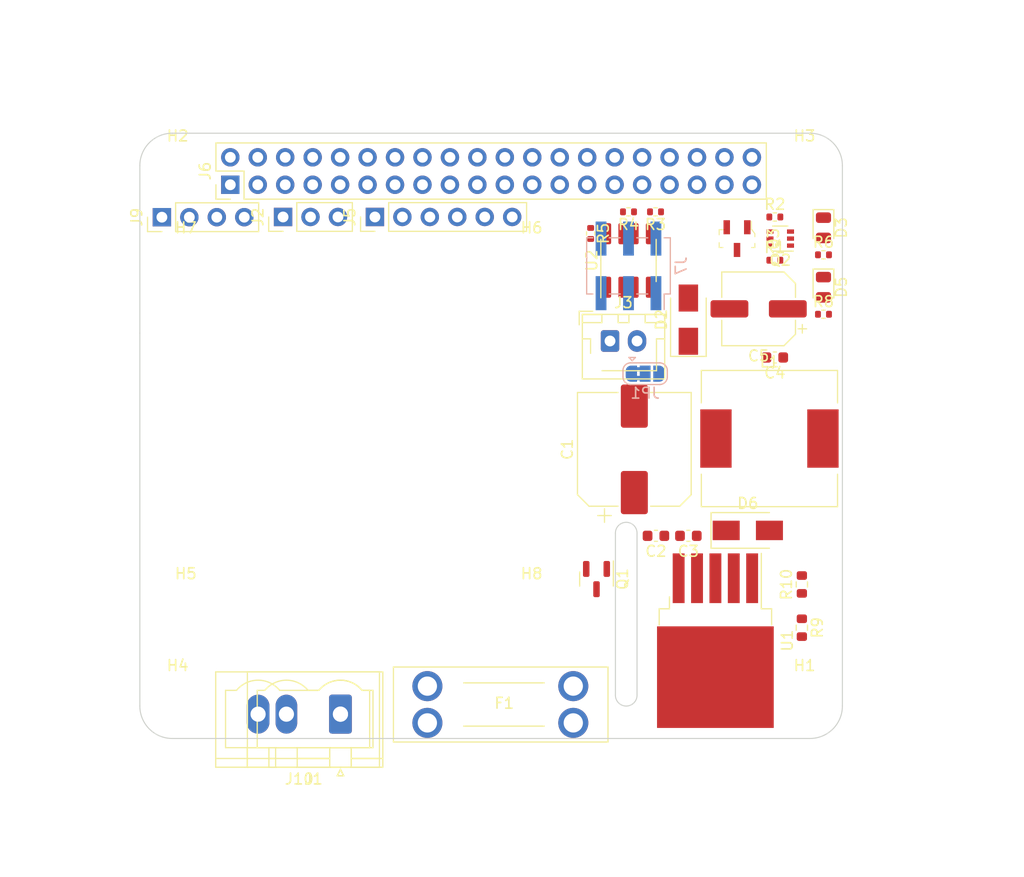
<source format=kicad_pcb>
(kicad_pcb (version 20211014) (generator pcbnew)
  (layers (0 "F.Cu" signal) (31 "B.Cu" signal) (34 "B.Paste" user) (35 "F.Paste" user) (36 "B.SilkS" user "B.Silkscreen") (37 "F.SilkS" user "F.Silkscreen") (38 "B.Mask" user) (39 "F.Mask" user) (44 "Edge.Cuts" user))
  (net 0 "")
  (net 1 "VCC")
  (net 2 "GND")
  (net 3 "Net-(C3-Pad1)")
  (net 4 "+5V")
  (net 5 "Net-(D3-Pad2)")
  (net 6 "Net-(D5-Pad2)")
  (net 7 "Net-(D6-Pad1)")
  (net 8 "Net-(F1-Pad1)")
  (net 9 "Net-(F1-Pad2)")
  (net 10 "TX")
  (net 11 "RX")
  (net 12 "+3V3")
  (net 13 "CS")
  (net 14 "MISO")
  (net 15 "MOSI")
  (net 16 "SCLK")
  (net 17 "5V_PI")
  (net 18 "SDA")
  (net 19 "SCL")
  (net 29 "ID_SD")
  (net 30 "ID_SC")
  (net 40 "WP")
  (net 42 "Net-(Q2-Pad2)")
  (net 43 "Net-(Q2-Pad4)")
  (net 44 "Net-(R10-Pad1)")
  (net 45 "Net-(D2-Pad1)")
  (footprint "Resistor_SMD:R_0402_1005Metric" (layer "F.Cu") (at 132.96 60.525 180)
    (fp_text reference "R3" (at 0 -1.17) (layer "F.SilkS"))
    (fp_text value "3.9K")
    (fp_line (start -0.153641 0.38) (end 0.153641 0.38) (layer "F.SilkS") (width 0.12))
    (fp_line (start -0.153641 -0.38) (end 0.153641 -0.38) (layer "F.SilkS") (width 0.12))
    (pad "1" smd roundrect (at -0.51 0 180) (size 0.54 0.64) (layers "F.Cu" "F.Paste" "F.Mask") (net 12 "+3V3"))
    (pad "2" smd roundrect (at 0.51 0 180) (size 0.54 0.64) (layers "F.Cu" "F.Paste" "F.Mask") (net 29 "ID_SD"))
  )
  (footprint "Resistor_SMD:R_0402_1005Metric" (layer "F.Cu") (at 144 61)
    (fp_text reference "R2" (at 0 -1.17) (layer "F.SilkS"))
    (fp_text value "47K")
    (fp_line (start -0.153641 -0.38) (end 0.153641 -0.38) (layer "F.SilkS") (width 0.12))
    (fp_line (start -0.153641 0.38) (end 0.153641 0.38) (layer "F.SilkS") (width 0.12))
    (pad "1" smd roundrect (at -0.51 0) (size 0.54 0.64) (layers "F.Cu" "F.Paste" "F.Mask") (net 43 "Net-(Q2-Pad4)"))
    (pad "2" smd roundrect (at 0.51 0) (size 0.54 0.64) (layers "F.Cu" "F.Paste" "F.Mask") (net 2 "GND"))
  )
  (footprint "Resistor_SMD:R_0603_1608Metric" (layer "F.Cu") (at 146.5 99 -90)
    (fp_text reference "R9" (at 0 -1.43 90) (layer "F.SilkS"))
    (fp_text value "3.3K")
    (fp_line (start -0.237258 -0.5225) (end 0.237258 -0.5225) (layer "F.SilkS") (width 0.12))
    (fp_line (start -0.237258 0.5225) (end 0.237258 0.5225) (layer "F.SilkS") (width 0.12))
    (pad "1" smd roundrect (at -0.825 0 270) (size 0.8 0.95) (layers "F.Cu" "F.Paste" "F.Mask") (net 44 "Net-(R10-Pad1)"))
    (pad "2" smd roundrect (at 0.825 0 270) (size 0.8 0.95) (layers "F.Cu" "F.Paste" "F.Mask") (net 2 "GND"))
  )
  (footprint "Package_TO_SOT_SMD:SOT-363_SC-70-6" (layer "F.Cu") (at 144.5 63 180)
    (fp_text reference "Q2" (at 0 -2) (layer "F.SilkS"))
    (fp_text value "MMDT5401")
    (fp_line (start 0.7 -1.16) (end -1.2 -1.16) (layer "F.SilkS") (width 0.12))
    (fp_line (start -0.7 1.16) (end 0.7 1.16) (layer "F.SilkS") (width 0.12))
    (pad "1" smd rect (at -0.95 -0.65 180) (size 0.65 0.4) (layers "F.Cu" "F.Paste" "F.Mask") (net 4 "+5V"))
    (pad "2" smd rect (at -0.95 0 180) (size 0.65 0.4) (layers "F.Cu" "F.Paste" "F.Mask") (net 42 "Net-(Q2-Pad2)"))
    (pad "3" smd rect (at -0.95 0.65 180) (size 0.65 0.4) (layers "F.Cu" "F.Paste" "F.Mask") (net 17 "5V_PI"))
    (pad "4" smd rect (at 0.95 0.65 180) (size 0.65 0.4) (layers "F.Cu" "F.Paste" "F.Mask") (net 43 "Net-(Q2-Pad4)"))
    (pad "5" smd rect (at 0.95 0 180) (size 0.65 0.4) (layers "F.Cu" "F.Paste" "F.Mask") (net 42 "Net-(Q2-Pad2)"))
    (pad "6" smd rect (at 0.95 -0.65 180) (size 0.65 0.4) (layers "F.Cu" "F.Paste" "F.Mask") (net 42 "Net-(Q2-Pad2)"))
  )
  (footprint "MountingHole:MountingHole_2.7mm_M2.5_ISO14580" (layer "F.Cu") (at 88.75 56.75)
    (fp_text reference "H2" (at 0 -3.25) (layer "F.SilkS"))
    (fp_text value "MountingHole")
    (pad "" np_thru_hole circle locked (at 0 0) (size 2.7 2.7) (drill 2.7) (layers *.Cu *.Mask))
  )
  (footprint "Diode_SMD:D_SMA" (layer "F.Cu") (at 136 70.5 90)
    (fp_text reference "D2" (at 0 -2.5 90) (layer "F.SilkS"))
    (fp_text value "SS54")
    (fp_line (start -3.4 -1.65) (end 2 -1.65) (layer "F.SilkS") (width 0.12))
    (fp_line (start -3.4 -1.65) (end -3.4 1.65) (layer "F.SilkS") (width 0.12))
    (fp_line (start -3.4 1.65) (end 2 1.65) (layer "F.SilkS") (width 0.12))
    (pad "1" smd rect (at -2 0 90) (size 2.5 1.8) (layers "F.Cu" "F.Paste" "F.Mask") (net 45 "Net-(D2-Pad1)"))
    (pad "2" smd rect (at 2 0 90) (size 2.5 1.8) (layers "F.Cu" "F.Paste" "F.Mask") (net 2 "GND"))
  )
  (footprint "Connector_Phoenix_MSTB:PhoenixContact_MSTBVA_2,5_2-G_1x02_P5.00mm_Vertical" (layer "F.Cu") (at 103.81 107 180)
    (fp_text reference "J1" (at 2.5 -6) (layer "F.SilkS"))
    (fp_text value "MSTB")
    (fp_line (start 0 -5.11) (end -0.3 -5.71) (layer "F.SilkS") (width 0.12))
    (fp_line (start -3.61 -4.91) (end -3.61 3.91) (layer "F.SilkS") (width 0.12))
    (fp_line (start -1 -4.91) (end 1 -4.91) (layer "F.SilkS") (width 0.12))
    (fp_line (start 1 -4.91) (end 1 -3.1) (layer "F.SilkS") (width 0.12))
    (fp_line (start 4 -3.1) (end 4 -4.91) (layer "F.SilkS") (width 0.12))
    (fp_line (start 0.3 -5.71) (end 0 -5.11) (layer "F.SilkS") (width 0.12))
    (fp_line (start 8.61 -4.91) (end -3.61 -4.91) (layer "F.SilkS") (width 0.12))
    (fp_line (start 7.7 2.2) (end 7 2.2) (layer "F.SilkS") (width 0.12))
    (fp_line (start -3.61 -4.1) (end -1.11 -4.1) (layer "F.SilkS") (width 0.12))
    (fp_line (start -2.7 2.2) (end -2.7 -3.1) (layer "F.SilkS") (width 0.12))
    (fp_line (start 8.61 -4.1) (end 6.11 -4.1) (layer "F.SilkS") (width 0.12))
    (fp_line (start -1 -3.1) (end -1 -4.91) (layer "F.SilkS") (width 0.12))
    (fp_line (start -0.3 -5.71) (end 0.3 -5.71) (layer "F.SilkS") (width 0.12))
    (fp_line (start 7.7 -3.1) (end 7.7 2.2) (layer "F.SilkS") (width 0.12))
    (fp_line (start 6 -3.1) (end 4 -3.1) (layer "F.SilkS") (width 0.12))
    (fp_line (start 1 -3.1) (end -1 -3.1) (layer "F.SilkS") (width 0.12))
    (fp_line (start 8.61 3.91) (end 8.61 -4.91) (layer "F.SilkS") (width 0.12))
    (fp_line (start 6 -4.91) (end 6 -3.1) (layer "F.SilkS") (width 0.12))
    (fp_line (start -2 2.2) (end -2.7 2.2) (layer "F.SilkS") (width 0.12))
    (fp_line (start 1 -4.1) (end 4 -4.1) (layer "F.SilkS") (width 0.12))
    (fp_line (start 2 2.2) (end 3 2.2) (layer "F.SilkS") (width 0.12))
    (fp_line (start -2.7 -3.1) (end 7.7 -3.1) (layer "F.SilkS") (width 0.12))
    (fp_line (start -3.61 3.91) (end 8.61 3.91) (layer "F.SilkS") (width 0.12))
    (fp_line (start 4 -4.91) (end 6 -4.91) (layer "F.SilkS") (width 0.12))
    (fp_arc (start 6.986842 2.215821) (mid 4.989711 3.142758) (end 3 2.2) (layer "F.SilkS") (width 0.12))
    (fp_arc (start 1.986842 2.215821) (mid -0.010289 3.142758) (end -2 2.2) (layer "F.SilkS") (width 0.12))
    (pad "1" thru_hole roundrect (at 0 0 180) (size 2 3.6) (drill 1.4) (layers *.Cu *.Mask) (roundrect_rratio 0.125) (net 8 "Net-(F1-Pad1)"))
    (pad "2" thru_hole oval (at 5 0 180) (size 2 3.6) (drill 1.4) (layers *.Cu *.Mask) (net 2 "GND"))
  )
  (footprint "Capacitor_SMD:C_0603_1608Metric" (layer "F.Cu") (at 136 90.5 180)
    (fp_text reference "C3" (at 0 -1.43 180) (layer "F.SilkS"))
    (fp_text value "1 uF")
    (fp_line (start -0.14058 0.51) (end 0.14058 0.51) (layer "F.SilkS") (width 0.12))
    (fp_line (start -0.14058 -0.51) (end 0.14058 -0.51) (layer "F.SilkS") (width 0.12))
    (pad "1" smd roundrect (at -0.775 0 180) (size 0.9 0.95) (layers "F.Cu" "F.Paste" "F.Mask") (net 3 "Net-(C3-Pad1)"))
    (pad "2" smd roundrect (at 0.775 0 180) (size 0.9 0.95) (layers "F.Cu" "F.Paste" "F.Mask") (net 1 "VCC"))
  )
  (footprint "Capacitor_SMD:CP_Elec_6.3x7.7" (layer "F.Cu") (at 142.5 69.5 180)
    (fp_text reference "C5" (at 0 -4.35) (layer "F.SilkS"))
    (fp_text value "330uF")
    (fp_line (start -3.41 -2.345563) (end -3.41 -1.06) (layer "F.SilkS") (width 0.12))
    (fp_line (start -3.41 2.345563) (end -3.41 1.06) (layer "F.SilkS") (width 0.12))
    (fp_line (start -2.345563 -3.41) (end 3.41 -3.41) (layer "F.SilkS") (width 0.12))
    (fp_line (start -4.04375 -2.24125) (end -4.04375 -1.45375) (layer "F.SilkS") (width 0.12))
    (fp_line (start -3.41 2.345563) (end -2.345563 3.41) (layer "F.SilkS") (width 0.12))
    (fp_line (start -4.4375 -1.8475) (end -3.65 -1.8475) (layer "F.SilkS") (width 0.12))
    (fp_line (start 3.41 3.41) (end 3.41 1.06) (layer "F.SilkS") (width 0.12))
    (fp_line (start -2.345563 3.41) (end 3.41 3.41) (layer "F.SilkS") (width 0.12))
    (fp_line (start 3.41 -3.41) (end 3.41 -1.06) (layer "F.SilkS") (width 0.12))
    (fp_line (start -3.41 -2.345563) (end -2.345563 -3.41) (layer "F.SilkS") (width 0.12))
    (pad "1" smd roundrect (at -2.7 0 180) (size 3.5 1.6) (layers "F.Cu" "F.Paste" "F.Mask") (roundrect_rratio 0.15625) (net 4 "+5V"))
    (pad "2" smd roundrect (at 2.7 0 180) (size 3.5 1.6) (layers "F.Cu" "F.Paste" "F.Mask") (roundrect_rratio 0.15625) (net 2 "GND"))
  )
  (footprint "Package_TO_SOT_SMD:SOT-23" (layer "F.Cu") (at 127.5 94.5 -90)
    (fp_text reference "Q1" (at 0 -2.4 90) (layer "F.SilkS"))
    (fp_text value "AO3401A")
    (fp_line (start 0 1.56) (end -0.65 1.56) (layer "F.SilkS") (width 0.12))
    (fp_line (start 0 -1.56) (end 0.65 -1.56) (layer "F.SilkS") (width 0.12))
    (fp_line (start 0 1.56) (end 0.65 1.56) (layer "F.SilkS") (width 0.12))
    (fp_line (start 0 -1.56) (end -1.675 -1.56) (layer "F.SilkS") (width 0.12))
    (pad "1" smd roundrect (at -0.9375 -0.95 270) (size 1.475 0.6) (layers "F.Cu" "F.Paste" "F.Mask") (net 2 "GND"))
    (pad "2" smd roundrect (at -0.9375 0.95 270) (size 1.475 0.6) (layers "F.Cu" "F.Paste" "F.Mask") (net 1 "VCC"))
    (pad "3" smd roundrect (at 0.9375 0 270) (size 1.475 0.6) (layers "F.Cu" "F.Paste" "F.Mask") (net 9 "Net-(F1-Pad2)"))
  )
  (footprint "Resistor_SMD:R_0402_1005Metric" (layer "F.Cu") (at 144 65)
    (fp_text reference "R1" (at 0 -1.17) (layer "F.SilkS"))
    (fp_text value "10K")
    (fp_line (start -0.153641 0.38) (end 0.153641 0.38) (layer "F.SilkS") (width 0.12))
    (fp_line (start -0.153641 -0.38) (end 0.153641 -0.38) (layer "F.SilkS") (width 0.12))
    (pad "1" smd roundrect (at -0.51 0) (size 0.54 0.64) (layers "F.Cu" "F.Paste" "F.Mask") (net 42 "Net-(Q2-Pad2)"))
    (pad "2" smd roundrect (at 0.51 0) (size 0.54 0.64) (layers "F.Cu" "F.Paste" "F.Mask") (net 2 "GND"))
  )
  (footprint "Connector_PinHeader_2.54mm:PinHeader_1x06_P2.54mm_Vertical" (layer "F.Cu") (at 107 61 90)
    (fp_text reference "J5" (at 0 -2.33 90) (layer "F.SilkS"))
    (fp_text value "Conn_01x06")
    (fp_line (start 1.33 1.27) (end 1.33 14.03) (layer "F.SilkS") (width 0.12))
    (fp_line (start -1.33 0) (end -1.33 -1.33) (layer "F.SilkS") (width 0.12))
    (fp_line (start -1.33 -1.33) (end 0 -1.33) (layer "F.SilkS") (width 0.12))
    (fp_line (start -1.33 1.27) (end 1.33 1.27) (layer "F.SilkS") (width 0.12))
    (fp_line (start -1.33 1.27) (end -1.33 14.03) (layer "F.SilkS") (width 0.12))
    (fp_line (start -1.33 14.03) (end 1.33 14.03) (layer "F.SilkS") (width 0.12))
    (pad "1" thru_hole rect (at 0 0 90) (size 1.7 1.7) (drill 1) (layers *.Cu *.Mask) (net 2 "GND"))
    (pad "2" thru_hole oval (at 0 2.54 90) (size 1.7 1.7) (drill 1) (layers *.Cu *.Mask) (net 12 "+3V3"))
    (pad "3" thru_hole oval (at 0 5.08 90) (size 1.7 1.7) (drill 1) (layers *.Cu *.Mask) (net 13 "CS"))
    (pad "4" thru_hole oval (at 0 7.62 90) (size 1.7 1.7) (drill 1) (layers *.Cu *.Mask) (net 14 "MISO"))
    (pad "5" thru_hole oval (at 0 10.16 90) (size 1.7 1.7) (drill 1) (layers *.Cu *.Mask) (net 15 "MOSI"))
    (pad "6" thru_hole oval (at 0 12.7 90) (size 1.7 1.7) (drill 1) (layers *.Cu *.Mask) (net 16 "SCLK"))
  )
  (footprint "digikey-footprints:SOT-23-3" (layer "F.Cu") (at 140.5 63 -90)
    (fp_text reference "Q3" (at 0.025 -3.375 90) (layer "F.SilkS"))
    (fp_text value "DMG2305UX-13")
    (fp_line (start 0.825 1.65) (end 0.375 1.65) (layer "F.SilkS") (width 0.1))
    (fp_line (start 0.825 -1.65) (end 0.825 -1.35) (layer "F.SilkS") (width 0.1))
    (fp_line (start -0.825 1.65) (end -0.825 1.3) (layer "F.SilkS") (width 0.1))
    (fp_line (start -0.35 1.65) (end -0.825 1.65) (layer "F.SilkS") (width 0.1))
    (fp_line (start -0.825 -1.325) (end -1.6 -1.325) (layer "F.SilkS") (width 0.1))
    (fp_line (start -0.825 -1.375) (end -0.825 -1.325) (layer "F.SilkS") (width 0.1))
    (fp_line (start -0.45 -1.65) (end -0.825 -1.375) (layer "F.SilkS") (width 0.1))
    (fp_line (start -0.175 -1.65) (end -0.45 -1.65) (layer "F.SilkS") (width 0.1))
    (fp_line (start 0.45 -1.65) (end 0.825 -1.65) (layer "F.SilkS") (width 0.1))
    (fp_line (start 0.825 1.35) (end 0.825 1.65) (layer "F.SilkS") (width 0.1))
    (fp_line (start 0.825 1.425) (end 0.825 1.3) (layer "F.SilkS") (width 0.1))
    (pad "1" smd rect locked (at -1.05 -0.95 270) (size 1.3 0.6) (layers "F.Cu" "F.Paste" "F.Mask") (net 43 "Net-(Q2-Pad4)"))
    (pad "2" smd rect locked (at -1.05 0.95 270) (size 1.3 0.6) (layers "F.Cu" "F.Paste" "F.Mask") (net 17 "5V_PI"))
    (pad "3" smd rect locked (at 1.05 0 270) (size 1.3 0.6) (layers "F.Cu" "F.Paste" "F.Mask") (net 4 "+5V"))
  )
  (footprint "Connector_PinHeader_2.54mm:PinHeader_2x20_P2.54mm_Vertical" (layer "F.Cu") (at 93.62 58.02 90)
    (fp_text reference "J6" (at 1.27 -2.33 90) (layer "F.SilkS"))
    (fp_text value "Raspberry_Pi_2_3")
    (fp_line (start -1.33 0) (end -1.33 -1.33) (layer "F.SilkS") (width 0.12))
    (fp_line (start 1.27 1.27) (end 1.27 -1.33) (layer "F.SilkS") (width 0.12))
    (fp_line (start -1.33 1.27) (end -1.33 49.59) (layer "F.SilkS") (width 0.12))
    (fp_line (start -1.33 49.59) (end 3.87 49.59) (layer "F.SilkS") (width 0.12))
    (fp_line (start 3.87 -1.33) (end 3.87 49.59) (layer "F.SilkS") (width 0.12))
    (fp_line (start -1.33 -1.33) (end 0 -1.33) (layer "F.SilkS") (width 0.12))
    (fp_line (start -1.33 1.27) (end 1.27 1.27) (layer "F.SilkS") (width 0.12))
    (fp_line (start 1.27 -1.33) (end 3.87 -1.33) (layer "F.SilkS") (width 0.12))
    (pad "1" thru_hole rect locked (at 0 0 90) (size 1.7 1.7) (drill 1) (layers *.Cu *.Mask) (net 12 "+3V3"))
    (pad "2" thru_hole oval locked (at 2.54 0 90) (size 1.7 1.7) (drill 1) (layers *.Cu *.Mask) (net 17 "5V_PI"))
    (pad "3" thru_hole oval locked (at 0 2.54 90) (size 1.7 1.7) (drill 1) (layers *.Cu *.Mask) (net 18 "SDA"))
    (pad "4" thru_hole oval locked (at 2.54 2.54 90) (size 1.7 1.7) (drill 1) (layers *.Cu *.Mask) (net 17 "5V_PI"))
    (pad "5" thru_hole oval locked (at 0 5.08 90) (size 1.7 1.7) (drill 1) (layers *.Cu *.Mask) (net 19 "SCL"))
    (pad "6" thru_hole oval locked (at 2.54 5.08 90) (size 1.7 1.7) (drill 1) (layers *.Cu *.Mask) (net 2 "GND"))
    (pad "7" thru_hole oval locked (at 0 7.62 90) (size 1.7 1.7) (drill 1) (layers *.Cu *.Mask))
    (pad "8" thru_hole oval locked (at 2.54 7.62 90) (size 1.7 1.7) (drill 1) (layers *.Cu *.Mask) (net 10 "TX"))
    (pad "9" thru_hole oval locked (at 0 10.16 90) (size 1.7 1.7) (drill 1) (layers *.Cu *.Mask) (net 2 "GND"))
    (pad "10" thru_hole oval locked (at 2.54 10.16 90) (size 1.7 1.7) (drill 1) (layers *.Cu *.Mask) (net 11 "RX"))
    (pad "11" thru_hole oval locked (at 0 12.7 90) (size 1.7 1.7) (drill 1) (layers *.Cu *.Mask))
    (pad "12" thru_hole oval locked (at 2.54 12.7 90) (size 1.7 1.7) (drill 1) (layers *.Cu *.Mask))
    (pad "13" thru_hole oval locked (at 0 15.24 90) (size 1.7 1.7) (drill 1) (layers *.Cu *.Mask))
    (pad "14" thru_hole oval locked (at 2.54 15.24 90) (size 1.7 1.7) (drill 1) (layers *.Cu *.Mask) (net 2 "GND"))
    (pad "15" thru_hole oval locked (at 0 17.78 90) (size 1.7 1.7) (drill 1) (layers *.Cu *.Mask))
    (pad "16" thru_hole oval locked (at 2.54 17.78 90) (size 1.7 1.7) (drill 1) (layers *.Cu *.Mask))
    (pad "17" thru_hole oval locked (at 0 20.32 90) (size 1.7 1.7) (drill 1) (layers *.Cu *.Mask) (net 12 "+3V3"))
    (pad "18" thru_hole oval locked (at 2.54 20.32 90) (size 1.7 1.7) (drill 1) (layers *.Cu *.Mask))
    (pad "19" thru_hole oval locked (at 0 22.86 90) (size 1.7 1.7) (drill 1) (layers *.Cu *.Mask) (net 15 "MOSI"))
    (pad "20" thru_hole oval locked (at 2.54 22.86 90) (size 1.7 1.7) (drill 1) (layers *.Cu *.Mask) (net 2 "GND"))
    (pad "21" thru_hole oval locked (at 0 25.4 90) (size 1.7 1.7) (drill 1) (layers *.Cu *.Mask) (net 14 "MISO"))
    (pad "22" thru_hole oval locked (at 2.54 25.4 90) (size 1.7 1.7) (drill 1) (layers *.Cu *.Mask))
    (pad "23" thru_hole oval locked (at 0 27.94 90) (size 1.7 1.7) (drill 1) (layers *.Cu *.Mask) (net 16 "SCLK"))
    (pad "24" thru_hole oval locked (at 2.54 27.94 90) (size 1.7 1.7) (drill 1) (layers *.Cu *.Mask) (net 13 "CS"))
    (pad "25" thru_hole oval locked (at 0 30.48 90) (size 1.7 1.7) (drill 1) (layers *.Cu *.Mask) (net 2 "GND"))
    (pad "26" thru_hole oval locked (at 2.54 30.48 90) (size 1.7 1.7) (drill 1) (layers *.Cu *.Mask))
    (pad "27" thru_hole oval locked (at 0 33.02 90) (size 1.7 1.7) (drill 1) (layers *.Cu *.Mask) (net 29 "ID_SD"))
    (pad "28" thru_hole oval locked (at 2.54 33.02 90) (size 1.7 1.7) (drill 1) (layers *.Cu *.Mask) (net 30 "ID_SC"))
    (pad "29" thru_hole oval locked (at 0 35.56 90) (size 1.7 1.7) (drill 1) (layers *.Cu *.Mask))
    (pad "30" thru_hole oval locked (at 2.54 35.56 90) (size 1.7 1.7) (drill 1) (layers *.Cu *.Mask) (net 2 "GND"))
    (pad "31" thru_hole oval locked (at 0 38.1 90) (size 1.7 1.7) (drill 1) (layers *.Cu *.Mask))
    (pad "32" thru_hole oval locked (at 2.54 38.1 90) (size 1.7 1.7) (drill 1) (layers *.Cu *.Mask))
    (pad "33" thru_hole oval locked (at 0 40.64 90) (size 1.7 1.7) (drill 1) (layers *.Cu *.Mask))
    (pad "34" thru_hole oval locked (at 2.54 40.64 90) (size 1.7 1.7) (drill 1) (layers *.Cu *.Mask) (net 2 "GND"))
    (pad "35" thru_hole oval locked (at 0 43.18 90) (size 1.7 1.7) (drill 1) (layers *.Cu *.Mask))
    (pad "36" thru_hole oval locked (at 2.54 43.18 90) (size 1.7 1.7) (drill 1) (layers *.Cu *.Mask))
    (pad "37" thru_hole oval locked (at 0 45.72 90) (size 1.7 1.7) (drill 1) (layers *.Cu *.Mask))
    (pad "38" thru_hole oval locked (at 2.54 45.72 90) (size 1.7 1.7) (drill 1) (layers *.Cu *.Mask))
    (pad "39" thru_hole oval locked (at 0 48.26 90) (size 1.7 1.7) (drill 1) (layers *.Cu *.Mask) (net 2 "GND"))
    (pad "40" thru_hole oval locked (at 2.54 48.26 90) (size 1.7 1.7) (drill 1) (layers *.Cu *.Mask))
  )
  (footprint "Capacitor_SMD:C_0603_1608Metric" (layer "F.Cu") (at 144 74 180)
    (fp_text reference "C4" (at 0 -1.43 180) (layer "F.SilkS"))
    (fp_text value "1 uF")
    (fp_line (start -0.14058 0.51) (end 0.14058 0.51) (layer "F.SilkS") (width 0.12))
    (fp_line (start -0.14058 -0.51) (end 0.14058 -0.51) (layer "F.SilkS") (width 0.12))
    (pad "1" smd roundrect (at -0.775 0 180) (size 0.9 0.95) (layers "F.Cu" "F.Paste" "F.Mask") (net 4 "+5V"))
    (pad "2" smd roundrect (at 0.775 0 180) (size 0.9 0.95) (layers "F.Cu" "F.Paste" "F.Mask") (net 2 "GND"))
  )
  (footprint "Package_TO_SOT_SMD:TO-263-5_TabPin3" (layer "F.Cu") (at 138.5 100.2 -90)
    (fp_text reference "U1" (at 0 -6.65 90) (layer "F.SilkS"))
    (fp_text value "XL4015")
    (fp_line (start -2.95 -4.25) (end -8.075 -4.25) (layer "F.SilkS") (width 0.12))
    (fp_line (start -1.45 5.2) (end -2.95 5.2) (layer "F.SilkS") (width 0.12))
    (fp_line (start -1.45 -5.2) (end -2.95 -5.2) (layer "F.SilkS") (width 0.12))
    (fp_line (start -2.95 4.25) (end -4.05 4.25) (layer "F.SilkS") (width 0.12))
    (fp_line (start -2.95 -5.2) (end -2.95 -4.25) (layer "F.SilkS") (width 0.12))
    (fp_line (start -2.95 5.2) (end -2.95 4.25) (layer "F.SilkS") (width 0.12))
    (pad "1" smd rect (at -5.775 -3.4 270) (size 4.6 1.1) (layers "F.Cu" "F.Paste" "F.Mask") (net 2 "GND"))
    (pad "2" smd rect (at -5.775 -1.7 270) (size 4.6 1.1) (layers "F.Cu" "F.Paste" "F.Mask") (net 44 "Net-(R10-Pad1)"))
    (pad "3" smd rect (at -5.775 0 270) (size 4.6 1.1) (layers "F.Cu" "F.Paste" "F.Mask") (net 7 "Net-(D6-Pad1)"))
    (pad "3" smd rect (at 3.375 0 270) (size 9.4 10.8) (layers "F.Cu" "F.Mask") (net 7 "Net-(D6-Pad1)"))
    (pad "4" smd rect (at -5.775 1.7 270) (size 4.6 1.1) (layers "F.Cu" "F.Paste" "F.Mask") (net 3 "Net-(C3-Pad1)"))
    (pad "5" smd rect (at -5.775 3.4 270) (size 4.6 1.1) (layers "F.Cu" "F.Paste" "F.Mask") (net 1 "VCC"))
  )
  (footprint "MountingHole:MountingHole_3.5mm" (layer "F.Cu") (at 89.5 98.5)
    (fp_text reference "H5" (at 0 -4.5) (layer "F.SilkS"))
    (fp_text value "MountingHole")
    (pad "" np_thru_hole circle (at 0 0) (size 3.5 3.5) (drill 3.5) (layers *.Cu *.Mask))
  )
  (footprint "Package_SO:SOIC-8_3.9x4.9mm_P1.27mm" (layer "F.Cu") (at 130.46 65.025 90)
    (fp_text reference "U2" (at 0 -3.4 90) (layer "F.SilkS"))
    (fp_text value "CAT24C32")
    (fp_line (start 0 2.56) (end 1.95 2.56) (layer "F.SilkS") (width 0.12))
    (fp_line (start 0 -2.56) (end -3.45 -2.56) (layer "F.SilkS") (width 0.12))
    (fp_line (start 0 2.56) (end -1.95 2.56) (layer "F.SilkS") (width 0.12))
    (fp_line (start 0 -2.56) (end 1.95 -2.56) (layer "F.SilkS") (width 0.12))
    (pad "1" smd roundrect (at -2.475 -1.905 90) (size 1.95 0.6) (layers "F.Cu" "F.Paste" "F.Mask") (net 2 "GND"))
    (pad "2" smd roundrect (at -2.475 -0.635 90) (size 1.95 0.6) (layers "F.Cu" "F.Paste" "F.Mask") (net 2 "GND"))
    (pad "3" smd roundrect (at -2.475 0.635 90) (size 1.95 0.6) (layers "F.Cu" "F.Paste" "F.Mask") (net 2 "GND"))
    (pad "4" smd roundrect (at -2.475 1.905 90) (size 1.95 0.6) (layers "F.Cu" "F.Paste" "F.Mask") (net 2 "GND"))
    (pad "5" smd roundrect (at 2.475 1.905 90) (size 1.95 0.6) (layers "F.Cu" "F.Paste" "F.Mask") (net 29 "ID_SD"))
    (pad "6" smd roundrect (at 2.475 0.635 90) (size 1.95 0.6) (layers "F.Cu" "F.Paste" "F.Mask") (net 30 "ID_SC"))
    (pad "7" smd roundrect (at 2.475 -0.635 90) (size 1.95 0.6) (layers "F.Cu" "F.Paste" "F.Mask") (net 40 "WP"))
    (pad "8" smd roundrect (at 2.475 -1.905 90) (size 1.95 0.6) (layers "F.Cu" "F.Paste" "F.Mask") (net 12 "+3V3"))
  )
  (footprint "Resistor_SMD:R_0402_1005Metric" (layer "F.Cu") (at 148.5 64.5)
    (fp_text reference "R6" (at 0 -1.17) (layer "F.SilkS"))
    (fp_text value "200")
    (fp_line (start -0.153641 0.38) (end 0.153641 0.38) (layer "F.SilkS") (width 0.12))
    (fp_line (start -0.153641 -0.38) (end 0.153641 -0.38) (layer "F.SilkS") (width 0.12))
    (pad "1" smd roundrect (at -0.51 0) (size 0.54 0.64) (layers "F.Cu" "F.Paste" "F.Mask") (net 5 "Net-(D3-Pad2)"))
    (pad "2" smd roundrect (at 0.51 0) (size 0.54 0.64) (layers "F.Cu" "F.Paste" "F.Mask") (net 4 "+5V"))
  )
  (footprint "Connector_Phoenix_GMSTB:PhoenixContact_GMSTBVA_2,5_2-G-7,62_1x02_P7.62mm_Vertical" (layer "F.Cu") (at 103.81 107 180)
    (fp_text reference "J10" (at 3.81 -6) (layer "F.SilkS"))
    (fp_text value "GMSTB")
    (fp_line (start 6.62 -3.1) (end 6.62 -4.91) (layer "F.SilkS") (width 0.12))
    (fp_line (start 6.62 -4.91) (end 8.62 -4.91) (layer "F.SilkS") (width 0.12))
    (fp_line (start 11.54 -4.1) (end 8.73 -4.1) (layer "F.SilkS") (width 0.12))
    (fp_line (start -1 -3.1) (end -1 -4.91) (layer "F.SilkS") (width 0.12))
    (fp_line (start 2 2.2) (end 5.62 2.2) (layer "F.SilkS") (width 0.12))
    (fp_line (start 8.62 -3.1) (end 6.62 -3.1) (layer "F.SilkS") (width 0.12))
    (fp_line (start 10.63 2.2) (end 9.62 2.2) (layer "F.SilkS") (width 0.12))
    (fp_line (start 8.62 -4.91) (end 8.62 -3.1) (layer "F.SilkS") (width 0.12))
    (fp_line (start 1 -4.1) (end 6.62 -4.1) (layer "F.SilkS") (width 0.12))
    (fp_line (start 1 -4.91) (end 1 -3.1) (layer "F.SilkS") (width 0.12))
    (fp_line (start -3.92 -4.91) (end -3.92 3.91) (layer "F.SilkS") (width 0.12))
    (fp_line (start -0.3 -5.71) (end 0.3 -5.71) (layer "F.SilkS") (width 0.12))
    (fp_line (start -3.01 -3.1) (end 10.63 -3.1) (layer "F.SilkS") (width 0.12))
    (fp_line (start -3.92 -4.1) (end -1.11 -4.1) (layer "F.SilkS") (width 0.12))
    (fp_line (start 0.3 -5.71) (end 0 -5.11) (layer "F.SilkS") (width 0.12))
    (fp_line (start 1 -3.1) (end -1 -3.1) (layer "F.SilkS") (width 0.12))
    (fp_line (start 11.54 3.91) (end 11.54 -4.91) (layer "F.SilkS") (width 0.12))
    (fp_line (start 0 -5.11) (end -0.3 -5.71) (layer "F.SilkS") (width 0.12))
    (fp_line (start -3.01 2.2) (end -3.01 -3.1) (layer "F.SilkS") (width 0.12))
    (fp_line (start -3.92 3.91) (end 11.54 3.91) (layer "F.SilkS") (width 0.12))
    (fp_line (start -2 2.2) (end -3.01 2.2) (layer "F.SilkS") (width 0.12))
    (fp_line (start -1 -4.91) (end 1 -4.91) (layer "F.SilkS") (width 0.12))
    (fp_line (start 10.63 -3.1) (end 10.63 2.2) (layer "F.SilkS") (width 0.12))
    (fp_line (start 11.54 -4.91) (end -3.92 -4.91) (layer "F.SilkS") (width 0.12))
    (fp_arc (start 9.606842 2.215821) (mid 7.609711 3.142758) (end 5.62 2.2) (layer "F.SilkS") (width 0.12))
    (fp_arc (start 1.986842 2.215821) (mid -0.010289 3.142758) (end -2 2.2) (layer "F.SilkS") (width 0.12))
    (pad "1" thru_hole roundrect (at 0 0 180) (size 2.1 3.6) (drill 1.4) (layers *.Cu *.Mask) (roundrect_rratio 0.119048) (net 8 "Net-(F1-Pad1)"))
    (pad "2" thru_hole oval (at 7.62 0 180) (size 2.1 3.6) (drill 1.4) (layers *.Cu *.Mask) (net 2 "GND"))
  )
  (footprint "Fuse:Fuseholder_Blade_Keystone_3557-2" (layer "F.Cu") (at 108.5625 102.4875)
    (fp_text reference "F1" (at 10.4 3.5 unlocked) (layer "F.SilkS"))
    (fp_text value "5A")
    (fp_line (start 6.65 1.62) (end 14.1 1.62) (layer "F.SilkS") (width 0.12))
    (fp_line (start 14.1 5.62) (end 6.65 5.62) (layer "F.SilkS") (width 0.12))
    (fp_line (start 20 7.09) (end 20 0.15) (layer "F.SilkS") (width 0.12))
    (fp_line (start 0.15 0.15) (end 0.15 7.09) (layer "F.SilkS") (width 0.12))
    (fp_line (start 0.15 7.09) (end 20 7.09) (layer "F.SilkS") (width 0.12))
    (fp_line (start 20 0.15) (end 0.15 0.15) (layer "F.SilkS") (width 0.12))
    (pad "1" thru_hole circle (at 3.29 5.32) (size 2.78 2.78) (drill 1.78) (layers *.Cu *.Mask) (net 8 "Net-(F1-Pad1)"))
    (pad "1" thru_hole circle (at 3.29 1.92) (size 2.78 2.78) (drill 1.78) (layers *.Cu *.Mask) (net 8 "Net-(F1-Pad1)"))
    (pad "2" thru_hole circle (at 16.79 5.32) (size 2.78 2.78) (drill 1.78) (layers *.Cu *.Mask) (net 9 "Net-(F1-Pad2)"))
    (pad "2" thru_hole circle (at 16.79 1.92) (size 2.78 2.78) (drill 1.78) (layers *.Cu *.Mask) (net 9 "Net-(F1-Pad2)"))
  )
  (footprint "Diode_SMD:D_SMA" (layer "F.Cu") (at 141.5 90)
    (fp_text reference "D6" (at 0 -2.5) (layer "F.SilkS"))
    (fp_text value "SS54")
    (fp_line (start -3.4 1.65) (end 2 1.65) (layer "F.SilkS") (width 0.12))
    (fp_line (start -3.4 -1.65) (end 2 -1.65) (layer "F.SilkS") (width 0.12))
    (fp_line (start -3.4 -1.65) (end -3.4 1.65) (layer "F.SilkS") (width 0.12))
    (pad "1" smd rect (at -2 0) (size 2.5 1.8) (layers "F.Cu" "F.Paste" "F.Mask") (net 7 "Net-(D6-Pad1)"))
    (pad "2" smd rect (at 2 0) (size 2.5 1.8) (layers "F.Cu" "F.Paste" "F.Mask") (net 2 "GND"))
  )
  (footprint "Connector_JST:JST_XH_B2B-XH-AM_1x02_P2.50mm_Vertical" (layer "F.Cu") (at 128.75 72.475)
    (fp_text reference "J3" (at 1.25 -3.55) (layer "F.SilkS"))
    (fp_text value "Conn_01x02")
    (fp_line (start 1.75 -2.45) (end 0.75 -2.45) (layer "F.SilkS") (width 0.12))
    (fp_line (start 4.3 -0.2) (end 4.3 2.75) (layer "F.SilkS") (width 0.12))
    (fp_line (start 5.06 -2.46) (end -2.56 -2.46) (layer "F.SilkS") (width 0.12))
    (fp_line (start -1.6 -2.75) (end -2.85 -2.75) (layer "F.SilkS") (width 0.12))
    (fp_line (start -2.55 -1.7) (end -0.75 -1.7) (layer "F.SilkS") (width 0.12))
    (fp_line (start -2.85 -2.75) (end -2.85 -1.5) (layer "F.SilkS") (width 0.12))
    (fp_line (start -2.55 -2.45) (end -2.55 -1.7) (layer "F.SilkS") (width 0.12))
    (fp_line (start -0.75 -2.45) (end -2.55 -2.45) (layer "F.SilkS") (width 0.12))
    (fp_line (start 0.75 -1.7) (end 1.75 -1.7) (layer "F.SilkS") (width 0.12))
    (fp_line (start 1.75 -1.7) (end 1.75 -2.45) (layer "F.SilkS") (width 0.12))
    (fp_line (start 5.05 -2.45) (end 3.25 -2.45) (layer "F.SilkS") (width 0.12))
    (fp_line (start -0.75 -1.7) (end -0.75 -2.45) (layer "F.SilkS") (width 0.12))
    (fp_line (start 4.3 2.75) (end 1.25 2.75) (layer "F.SilkS") (width 0.12))
    (fp_line (start 5.05 -1.7) (end 5.05 -2.45) (layer "F.SilkS") (width 0.12))
    (fp_line (start 3.25 -2.45) (end 3.25 -1.7) (layer "F.SilkS") (width 0.12))
    (fp_line (start 0.75 -2.45) (end 0.75 -1.7) (layer "F.SilkS") (width 0.12))
    (fp_line (start 3.25 -1.7) (end 5.05 -1.7) (layer "F.SilkS") (width 0.12))
    (fp_line (start 5.05 -0.2) (end 4.3 -0.2) (layer "F.SilkS") (width 0.12))
    (fp_line (start 5.06 3.51) (end 5.06 -2.46) (layer "F.SilkS") (width 0.12))
    (fp_line (start -2.56 3.51) (end 5.06 3.51) (layer "F.SilkS") (width 0.12))
    (fp_line (start -2.56 -2.46) (end -2.56 3.51) (layer "F.SilkS") (width 0.12))
    (fp_line (start -1.8 -0.2) (end -1.8 1.14) (layer "F.SilkS") (width 0.12))
    (fp_line (start 1.25 2.75) (end -0.74 2.75) (layer "F.SilkS") (width 0.12))
    (fp_line (start -2.55 -0.2) (end -1.8 -0.2) (layer "F.SilkS") (width 0.12))
    (pad "" np_thru_hole circle (at -1.6 2) (size 1.2 1.2) (drill 1.2) (layers *.Cu *.Mask))
    (pad "1" thru_hole roundrect (at 0 0) (size 1.7 2) (drill 1) (layers *.Cu *.Mask) (roundrect_rratio 0.147059) (net 2 "GND"))
    (pad "2" thru_hole oval (at 2.5 0) (size 1.7 2) (drill 1) (layers *.Cu *.Mask) (net 45 "Net-(D2-Pad1)"))
  )
  (footprint "MountingHole:MountingHole_3.5mm" (layer "F.Cu") (at 121.5 66.5)
    (fp_text reference "H6" (at 0 -4.5) (layer "F.SilkS"))
    (fp_text value "MountingHole")
    (pad "" np_thru_hole circle (at 0 0) (size 3.5 3.5) (drill 3.5) (layers *.Cu *.Mask))
  )
  (footprint "Connector_PinHeader_2.54mm:PinHeader_1x03_P2.54mm_Vertical" (layer "F.Cu") (at 98.5 61 90)
    (fp_text reference "J2" (at 0 -2.33 90) (layer "F.SilkS"))
    (fp_text value "Conn_01x03")
    (fp_line (start -1.33 6.41) (end 1.33 6.41) (layer "F.SilkS") (width 0.12))
    (fp_line (start -1.33 0) (end -1.33 -1.33) (layer "F.SilkS") (width 0.12))
    (fp_line (start -1.33 -1.33) (end 0 -1.33) (layer "F.SilkS") (width 0.12))
    (fp_line (start -1.33 1.27) (end -1.33 6.41) (layer "F.SilkS") (width 0.12))
    (fp_line (start -1.33 1.27) (end 1.33 1.27) (layer "F.SilkS") (width 0.12))
    (fp_line (start 1.33 1.27) (end 1.33 6.41) (layer "F.SilkS") (width 0.12))
    (pad "1" thru_hole rect (at 0 0 90) (size 1.7 1.7) (drill 1) (layers *.Cu *.Mask) (net 10 "TX"))
    (pad "2" thru_hole oval (at 0 2.54 90) (size 1.7 1.7) (drill 1) (layers *.Cu *.Mask) (net 11 "RX"))
    (pad "3" thru_hole oval (at 0 5.08 90) (size 1.7 1.7) (drill 1) (layers *.Cu *.Mask) (net 2 "GND"))
  )
  (footprint "Capacitor_SMD:CP_Elec_10x10" (layer "F.Cu") (at 131 82.5 90)
    (fp_text reference "C1" (at 0 -6.2 90) (layer "F.SilkS"))
    (fp_text value "220uF")
    (fp_line (start -5.26 -4.195563) (end -5.26 -1.51) (layer "F.SilkS") (width 0.12))
    (fp_line (start 5.26 5.26) (end 5.26 1.51) (layer "F.SilkS") (width 0.12))
    (fp_line (start -5.26 -4.195563) (end -4.195563 -5.26) (layer "F.SilkS") (width 0.12))
    (fp_line (start -5.26 4.195563) (end -4.195563 5.26) (layer "F.SilkS") (width 0.12))
    (fp_line (start -4.195563 5.26) (end 5.26 5.26) (layer "F.SilkS") (width 0.12))
    (fp_line (start -6.125 -3.385) (end -6.125 -2.135) (layer "F.SilkS") (width 0.12))
    (fp_line (start 5.26 -5.26) (end 5.26 -1.51) (layer "F.SilkS") (width 0.12))
    (fp_line (start -4.195563 -5.26) (end 5.26 -5.26) (layer "F.SilkS") (width 0.12))
    (fp_line (start -5.26 4.195563) (end -5.26 1.51) (layer "F.SilkS") (width 0.12))
    (fp_line (start -6.75 -2.76) (end -5.5 -2.76) (layer "F.SilkS") (width 0.12))
    (pad "1" smd roundrect (at -4 0 90) (size 4 2.5) (layers "F.Cu" "F.Paste" "F.Mask") (roundrect_rratio 0.1) (net 1 "VCC"))
    (pad "2" smd roundrect (at 4 0 90) (size 4 2.5) (layers "F.Cu" "F.Paste" "F.Mask") (roundrect_rratio 0.1) (net 2 "GND"))
  )
  (footprint "MountingHole:MountingHole_2.7mm_M2.5_ISO14580" (layer "F.Cu") (at 146.75 56.75)
    (fp_text reference "H3" (at 0 -3.25) (layer "F.SilkS"))
    (fp_text value "MountingHole")
    (pad "" np_thru_hole circle locked (at 0 0) (size 2.7 2.7) (drill 2.7) (layers *.Cu *.Mask))
  )
  (footprint "MountingHole:MountingHole_3.5mm" (layer "F.Cu") (at 89.5 66.5)
    (fp_text reference "H7" (at 0 -4.5) (layer "F.SilkS"))
    (fp_text value "MountingHole")
    (pad "" np_thru_hole circle (at 0 0) (size 3.5 3.5) (drill 3.5) (layers *.Cu *.Mask))
  )
  (footprint "MountingHole:MountingHole_3.5mm" (layer "F.Cu") (at 121.5 98.5)
    (fp_text reference "H8" (at 0 -4.5) (layer "F.SilkS"))
    (fp_text value "MountingHole")
    (pad "" np_thru_hole circle (at 0 0) (size 3.5 3.5) (drill 3.5) (layers *.Cu *.Mask))
  )
  (footprint "Connector_PinHeader_2.54mm:PinHeader_1x04_P2.54mm_Vertical" (layer "F.Cu") (at 87.29 61.02 90)
    (fp_text reference "J9" (at 0 -2.33 90) (layer "F.SilkS"))
    (fp_text value "Conn_01x04_Male")
    (fp_line (start 1.33 1.27) (end 1.33 8.95) (layer "F.SilkS") (width 0.12))
    (fp_line (start -1.33 0) (end -1.33 -1.33) (layer "F.SilkS") (width 0.12))
    (fp_line (start -1.33 -1.33) (end 0 -1.33) (layer "F.SilkS") (width 0.12))
    (fp_line (start -1.33 1.27) (end -1.33 8.95) (layer "F.SilkS") (width 0.12))
    (fp_line (start -1.33 1.27) (end 1.33 1.27) (layer "F.SilkS") (width 0.12))
    (fp_line (start -1.33 8.95) (end 1.33 8.95) (layer "F.SilkS") (width 0.12))
    (pad "1" thru_hole rect (at 0 0 90) (size 1.7 1.7) (drill 1) (layers *.Cu *.Mask) (net 19 "SCL"))
    (pad "2" thru_hole oval (at 0 2.54 90) (size 1.7 1.7) (drill 1) (layers *.Cu *.Mask) (net 18 "SDA"))
    (pad "3" thru_hole oval (at 0 5.08 90) (size 1.7 1.7) (drill 1) (layers *.Cu *.Mask) (net 12 "+3V3"))
    (pad "4" thru_hole oval (at 0 7.62 90) (size 1.7 1.7) (drill 1) (layers *.Cu *.Mask) (net 2 "GND"))
  )
  (footprint "Capacitor_SMD:C_0603_1608Metric" (layer "F.Cu") (at 133 90.5 180)
    (fp_text reference "C2" (at 0 -1.43 180) (layer "F.SilkS"))
    (fp_text value "1 uF")
    (fp_line (start -0.14058 -0.51) (end 0.14058 -0.51) (layer "F.SilkS") (width 0.12))
    (fp_line (start -0.14058 0.51) (end 0.14058 0.51) (layer "F.SilkS") (width 0.12))
    (pad "1" smd roundrect (at -0.775 0 180) (size 0.9 0.95) (layers "F.Cu" "F.Paste" "F.Mask") (net 1 "VCC"))
    (pad "2" smd roundrect (at 0.775 0 180) (size 0.9 0.95) (layers "F.Cu" "F.Paste" "F.Mask") (net 2 "GND"))
  )
  (footprint "LED_SMD:LED_0805_2012Metric" (layer "F.Cu") (at 148.5 67.5 -90)
    (fp_text reference "D5" (at 0 -1.65 90) (layer "F.SilkS"))
    (fp_text value "C2297")
    (fp_line (start -1.685 -0.96) (end -1.685 0.96) (layer "F.SilkS") (width 0.12))
    (fp_line (start -1.685 0.96) (end 1 0.96) (layer "F.SilkS") (width 0.12))
    (fp_line (start 1 -0.96) (end -1.685 -0.96) (layer "F.SilkS") (width 0.12))
    (pad "1" smd roundrect (at -0.9375 0 270) (size 0.975 1.4) (layers "F.Cu" "F.Paste" "F.Mask") (net 2 "GND"))
    (pad "2" smd roundrect (at 0.9375 0 270) (size 0.975 1.4) (layers "F.Cu" "F.Paste" "F.Mask") (net 6 "Net-(D5-Pad2)"))
  )
  (footprint "LED_SMD:LED_0805_2012Metric" (layer "F.Cu") (at 148.5 62 -90)
    (fp_text reference "D3" (at 0 -1.65 90) (layer "F.SilkS"))
    (fp_text value "C2297")
    (fp_line (start 1 -0.96) (end -1.685 -0.96) (layer "F.SilkS") (width 0.12))
    (fp_line (start -1.685 -0.96) (end -1.685 0.96) (layer "F.SilkS") (width 0.12))
    (fp_line (start -1.685 0.96) (end 1 0.96) (layer "F.SilkS") (width 0.12))
    (pad "1" smd roundrect (at -0.9375 0 270) (size 0.975 1.4) (layers "F.Cu" "F.Paste" "F.Mask") (net 2 "GND"))
    (pad "2" smd roundrect (at 0.9375 0 270) (size 0.975 1.4) (layers "F.Cu" "F.Paste" "F.Mask") (net 5 "Net-(D3-Pad2)"))
  )
  (footprint "Inductor_SMD:L_12x12mm_H6mm" (layer "F.Cu") (at 143.5 81.5)
    (fp_text reference "L1" (at 0 -7.1) (layer "F.SilkS"))
    (fp_text value "47 uH")
    (fp_line (start 6.3 -6.3) (end 6.3 -3.3) (layer "F.SilkS") (width 0.12))
    (fp_line (start -6.3 -3.3) (end -6.3 -6.3) (layer "F.SilkS") (width 0.12))
    (fp_line (start 6.3 6.3) (end -6.3 6.3) (layer "F.SilkS") (width 0.12))
    (fp_line (start 6.3 3.3) (end 6.3 6.3) (layer "F.SilkS") (width 0.12))
    (fp_line (start -6.3 -6.3) (end 6.3 -6.3) (layer "F.SilkS") (width 0.12))
    (fp_line (start -6.3 6.3) (end -6.3 3.3) (layer "F.SilkS") (width 0.12))
    (pad "1" smd rect (at -4.95 0) (size 2.9 5.4) (layers "F.Cu" "F.Paste" "F.Mask") (net 7 "Net-(D6-Pad1)"))
    (pad "2" smd rect (at 4.95 0) (size 2.9 5.4) (layers "F.Cu" "F.Paste" "F.Mask") (net 4 "+5V"))
  )
  (footprint "Resistor_SMD:R_0402_1005Metric" (layer "F.Cu") (at 148.5 70)
    (fp_text reference "R8" (at 0 -1.17) (layer "F.SilkS"))
    (fp_text value "1.5K")
    (fp_line (start -0.153641 -0.38) (end 0.153641 -0.38) (layer "F.SilkS") (width 0.12))
    (fp_line (start -0.153641 0.38) (end 0.153641 0.38) (layer "F.SilkS") (width 0.12))
    (pad "1" smd roundrect (at -0.51 0) (size 0.54 0.64) (layers "F.Cu" "F.Paste" "F.Mask") (net 6 "Net-(D5-Pad2)"))
    (pad "2" smd roundrect (at 0.51 0) (size 0.54 0.64) (layers "F.Cu" "F.Paste" "F.Mask") (net 1 "VCC"))
  )
  (footprint "Resistor_SMD:R_0402_1005Metric" (layer "F.Cu") (at 126.96 62.525 -90)
    (fp_text reference "R5" (at 0 -1.17 90) (layer "F.SilkS"))
    (fp_text value "1K")
    (fp_line (start -0.153641 -0.38) (end 0.153641 -0.38) (layer "F.SilkS") (width 0.12))
    (fp_line (start -0.153641 0.38) (end 0.153641 0.38) (layer "F.SilkS") (width 0.12))
    (pad "1" smd roundrect (at -0.51 0 270) (size 0.54 0.64) (layers "F.Cu" "F.Paste" "F.Mask") (net 12 "+3V3"))
    (pad "2" smd roundrect (at 0.51 0 270) (size 0.54 0.64) (layers "F.Cu" "F.Paste" "F.Mask") (net 40 "WP"))
  )
  (footprint "Resistor_SMD:R_0603_1608Metric" (layer "F.Cu") (at 146.5 95 90)
    (fp_text reference "R10" (at 0 -1.43 90) (layer "F.SilkS"))
    (fp_text value "10K")
    (fp_line (start -0.237258 -0.5225) (end 0.237258 -0.5225) (layer "F.SilkS") (width 0.12))
    (fp_line (start -0.237258 0.5225) (end 0.237258 0.5225) (layer "F.SilkS") (width 0.12))
    (pad "1" smd roundrect (at -0.825 0 90) (size 0.8 0.95) (layers "F.Cu" "F.Paste" "F.Mask") (net 44 "Net-(R10-Pad1)"))
    (pad "2" smd roundrect (at 0.825 0 90) (size 0.8 0.95) (layers "F.Cu" "F.Paste" "F.Mask") (net 4 "+5V"))
  )
  (footprint "MountingHole:MountingHole_2.7mm_M2.5_ISO14580" (layer "F.Cu") (at 146.75 105.75)
    (fp_text reference "H1" (at 0 -3.25) (layer "F.SilkS"))
    (fp_text value "MountingHole")
    (pad "" np_thru_hole circle locked (at 0 0) (size 2.7 2.7) (drill 2.7) (layers *.Cu *.Mask))
  )
  (footprint "Resistor_SMD:R_0402_1005Metric" (layer "F.Cu") (at 130.46 60.525 180)
    (fp_text reference "R4" (at 0 -1.17) (layer "F.SilkS"))
    (fp_text value "3.9K")
    (fp_line (start -0.153641 0.38) (end 0.153641 0.38) (layer "F.SilkS") (width 0.12))
    (fp_line (start -0.153641 -0.38) (end 0.153641 -0.38) (layer "F.SilkS") (width 0.12))
    (pad "1" smd roundrect (at -0.51 0 180) (size 0.54 0.64) (layers "F.Cu" "F.Paste" "F.Mask") (net 30 "ID_SC"))
    (pad "2" smd roundrect (at 0.51 0 180) (size 0.54 0.64) (layers "F.Cu" "F.Paste" "F.Mask") (net 12 "+3V3"))
  )
  (footprint "MountingHole:MountingHole_2.7mm_M2.5_ISO14580" (layer "F.Cu") (at 88.75 105.75)
    (fp_text reference "H4" (at 0 -3.25) (layer "F.SilkS"))
    (fp_text value "MountingHole")
    (pad "" np_thru_hole circle locked (at 0 0) (size 2.7 2.7) (drill 2.7) (layers *.Cu *.Mask))
  )
  (footprint "Jumper:SolderJumper-3_P1.3mm_Bridged2Bar12_RoundedPad1.0x1.5mm" (layer "B.Cu") (at 132 75.5)
    (fp_text reference "JP1" (at 0 1.8) (layer "B.SilkS") (effects (justify mirror)))
    (fp_text value "SolderJumper_3_Bridged12")
    (fp_poly (pts (xy -0.9 0.6) (xy -0.4 0.6) (xy -0.4 0.2) (xy -0.9 0.2)) (layer "B.Cu") (width 0) (fill solid))
    (fp_poly (pts (xy -0.9 -0.2) (xy -0.4 -0.2) (xy -0.4 -0.6) (xy -0.9 -0.6)) (layer "B.Cu") (width 0) (fill solid))
    (fp_line (start -1.2 -1.2) (end -0.9 -1.5) (layer "B.SilkS") (width 0.12))
    (fp_line (start -1.2 -1.2) (end -1.5 -1.5) (layer "B.SilkS") (width 0.12))
    (fp_line (start 2.05 0.3) (end 2.05 -0.3) (layer "B.SilkS") (width 0.12))
    (fp_line (start 1.4 -1) (end -1.4 -1) (layer "B.SilkS") (width 0.12))
    (fp_line (start -1.4 1) (end 1.4 1) (layer "B.SilkS") (width 0.12))
    (fp_line (start -2.05 -0.3) (end -2.05 0.3) (layer "B.SilkS") (width 0.12))
    (fp_line (start -1.5 -1.5) (end -0.9 -1.5) (layer "B.SilkS") (width 0.12))
    (fp_arc (start -2.05 -0.3) (mid -1.844975 -0.794975) (end -1.35 -1) (layer "B.SilkS") (width 0.12))
    (fp_arc (start -1.35 1) (mid -1.844975 0.794975) (end -2.05 0.3) (layer "B.SilkS") (width 0.12))
    (fp_arc (start 2.05 0.3) (mid 1.844975 0.794975) (end 1.35 1) (layer "B.SilkS") (width 0.12))
    (fp_arc (start 1.35 -1) (mid 1.844975 -0.794975) (end 2.05 -0.3) (layer "B.SilkS") (width 0.12))
    (pad "1" smd custom (at -1.3 0) (size 1 0.5) (layers "B.Cu" "B.Mask") (net 1 "VCC") (options (clearance outline) (anchor rect)) (primitives (gr_circle (center 0 -0.25) (end 0.5 -0.25) (width 0) (fill yes)) (gr_circle (center 0 0.25) (end 0.5 0.25) (width 0) (fill yes)) (gr_poly (pts (xy 0.55 -0.75) (xy 0 -0.75) (xy 0 0.75) (xy 0.55 0.75)) (width 0) (fill yes))))
    (pad "2" smd rect (at 0 0) (size 1 1.5) (layers "B.Cu" "B.Mask") (net 45 "Net-(D2-Pad1)"))
    (pad "3" smd custom (at 1.3 0) (size 1 0.5) (layers "B.Cu" "B.Mask") (net 4 "+5V") (options (clearance outline) (anchor rect)) (primitives (gr_circle (center 0 -0.25) (end 0.5 -0.25) (width 0) (fill yes)) (gr_circle (center 0 0.25) (end 0.5 0.25) (width 0) (fill yes)) (gr_poly (pts (xy 0 -0.75) (xy -0.55 -0.75) (xy -0.55 0.75) (xy 0 0.75)) (width 0) (fill yes))))
  )
  (footprint "Connector_PinHeader_2.54mm:PinHeader_2x03_P2.54mm_Vertical_SMD" (layer "B.Cu") (at 130.46 65.525 90)
    (fp_text reference "J7" (at 0 4.87 90) (layer "B.SilkS") (effects (justify mirror)))
    (fp_text value "Conn_02x03_Odd_Even")
    (fp_line (start 2.6 -3.3) (end 2.6 -3.87) (layer "B.SilkS") (width 0.12))
    (fp_line (start 2.6 3.87) (end 2.6 3.3) (layer "B.SilkS") (width 0.12))
    (fp_line (start -2.6 3.87) (end 2.6 3.87) (layer "B.SilkS") (width 0.12))
    (fp_line (start -4.04 3.3) (end -2.6 3.3) (layer "B.SilkS") (width 0.12))
    (fp_line (start -2.6 -3.3) (end -2.6 -3.87) (layer "B.SilkS") (width 0.12))
    (fp_line (start -2.6 3.87) (end -2.6 3.3) (layer "B.SilkS") (width 0.12))
    (fp_line (start -2.6 -0.76) (end -2.6 -1.78) (layer "B.SilkS") (width 0.12))
    (fp_line (start 2.6 -0.76) (end 2.6 -1.78) (layer "B.SilkS") (width 0.12))
    (fp_line (start 2.6 1.78) (end 2.6 0.76) (layer "B.SilkS") (width 0.12))
    (fp_line (start -2.6 -3.87) (end 2.6 -3.87) (layer "B.SilkS") (width 0.12))
    (fp_line (start -2.6 1.78) (end -2.6 0.76) (layer "B.SilkS") (width 0.12))
    (pad "1" smd rect (at -2.525 2.54 90) (size 3.15 1) (layers "B.Cu" "B.Paste" "B.Mask") (net 12 "+3V3"))
    (pad "2" smd rect (at 2.525 2.54 90) (size 3.15 1) (layers "B.Cu" "B.Paste" "B.Mask") (net 2 "GND"))
    (pad "3" smd rect (at -2.525 0 90) (size 3.15 1) (layers "B.Cu" "B.Paste" "B.Mask") (net 30 "ID_SC"))
    (pad "4" smd rect (at 2.525 0 90) (size 3.15 1) (layers "B.Cu" "B.Paste" "B.Mask") (net 29 "ID_SD"))
    (pad "5" smd rect (at -2.525 -2.54 90) (size 3.15 1) (layers "B.Cu" "B.Paste" "B.Mask") (net 40 "WP"))
    (pad "6" smd rect (at 2.525 -2.54 90) (size 3.15 1) (layers "B.Cu" "B.Paste" "B.Mask"))
  )
  (gr_line (start 85.25 71.75) (end 85.25 106.25) (layer "Edge.Cuts") (width 0.1))
  (gr_arc (start 147.25 53.25) (mid 149.37132 54.12868) (end 150.25 56.25) (layer "Edge.Cuts") (width 0.1))
  (gr_line (start 88.25 109.25) (end 147.25 109.25) (layer "Edge.Cuts") (width 0.1))
  (gr_line (start 129.25 90.25) (end 129.25 105.25) (layer "Edge.Cuts") (width 0.1))
  (gr_arc (start 88.25 109.25) (mid 86.12868 108.37132) (end 85.25 106.25) (layer "Edge.Cuts") (width 0.1))
  (gr_arc (start 150.25 106.25) (mid 149.37132 108.37132) (end 147.25 109.25) (layer "Edge.Cuts") (width 0.1))
  (gr_arc (start 129.25 90.25) (mid 130.25 89.25) (end 131.25 90.25) (layer "Edge.Cuts") (width 0.1))
  (gr_line (start 131.25 90.25) (end 131.25 105.25) (layer "Edge.Cuts") (width 0.1))
  (gr_line (start 88.25 53.25) (end 147.25 53.25) (layer "Edge.Cuts") (width 0.1))
  (gr_arc (start 85.25 56.25) (mid 86.12868 54.12868) (end 88.25 53.25) (layer "Edge.Cuts") (width 0.1))
  (gr_arc (start 131.25 105.25) (mid 130.25 106.25) (end 129.25 105.25) (layer "Edge.Cuts") (width 0.1))
  (gr_line (start 85.25 56.25) (end 85.25 71.75) (layer "Edge.Cuts") (width 0.1))
  (gr_line (start 150.25 56.25) (end 150.25 106.25) (layer "Edge.Cuts") (width 0.1))
)
</source>
